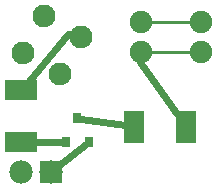
<source format=gtl>
G04 MADE WITH FRITZING*
G04 WWW.FRITZING.ORG*
G04 DOUBLE SIDED*
G04 HOLES PLATED*
G04 CONTOUR ON CENTER OF CONTOUR VECTOR*
%ASAXBY*%
%FSLAX23Y23*%
%MOIN*%
%OFA0B0*%
%SFA1.0B1.0*%
%ADD10C,0.076000*%
%ADD11C,0.074803*%
%ADD12C,0.078000*%
%ADD13R,0.031496X0.035433*%
%ADD14R,0.106299X0.070866*%
%ADD15R,0.070866X0.106299*%
%ADD16R,0.078000X0.078000*%
%ADD17C,0.010000*%
%ADD18C,0.024000*%
%LNCOPPER1*%
G90*
G70*
G54D10*
X395Y403D03*
X341Y596D03*
X271Y472D03*
X464Y526D03*
X395Y403D03*
X341Y596D03*
X271Y472D03*
X464Y526D03*
G54D11*
X664Y476D03*
X864Y476D03*
X864Y576D03*
X664Y576D03*
X664Y476D03*
X864Y476D03*
X864Y576D03*
X664Y576D03*
X664Y476D03*
X864Y476D03*
X864Y576D03*
X664Y576D03*
G54D12*
X364Y76D03*
X264Y76D03*
X364Y76D03*
X264Y76D03*
G54D13*
X414Y176D03*
X489Y176D03*
X451Y255D03*
G54D14*
X264Y350D03*
X264Y176D03*
G54D15*
X641Y226D03*
X814Y226D03*
G54D16*
X364Y76D03*
X364Y76D03*
G54D17*
X664Y476D02*
X864Y476D01*
D02*
X664Y576D02*
X864Y576D01*
G54D18*
D02*
X312Y176D02*
X404Y176D01*
D02*
X784Y268D02*
X660Y441D01*
X660Y441D02*
X660Y444D01*
D02*
X462Y253D02*
X611Y231D01*
D02*
X387Y95D02*
X479Y168D01*
D02*
X289Y379D02*
X420Y537D01*
X420Y537D02*
X432Y534D01*
G04 End of Copper1*
M02*
</source>
